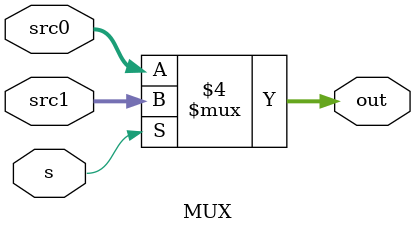
<source format=v>
module MUX(
    input s,
    input [31:0] src0,src1,
    output reg [31:0] out
);
always@(*)
begin
    if(s==0) out = src0;
    else out = src1;
end
endmodule
</source>
